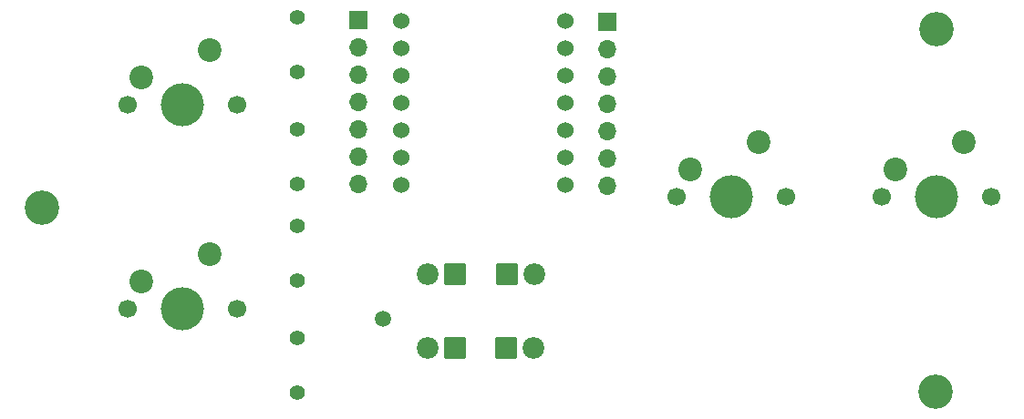
<source format=gbr>
%TF.GenerationSoftware,KiCad,Pcbnew,9.0.3*%
%TF.CreationDate,2025-07-31T20:43:01+07:00*%
%TF.ProjectId,DIY Gamepad,44495920-4761-46d6-9570-61642e6b6963,rev?*%
%TF.SameCoordinates,Original*%
%TF.FileFunction,Soldermask,Bot*%
%TF.FilePolarity,Negative*%
%FSLAX46Y46*%
G04 Gerber Fmt 4.6, Leading zero omitted, Abs format (unit mm)*
G04 Created by KiCad (PCBNEW 9.0.3) date 2025-07-31 20:43:01*
%MOMM*%
%LPD*%
G01*
G04 APERTURE LIST*
G04 Aperture macros list*
%AMRoundRect*
0 Rectangle with rounded corners*
0 $1 Rounding radius*
0 $2 $3 $4 $5 $6 $7 $8 $9 X,Y pos of 4 corners*
0 Add a 4 corners polygon primitive as box body*
4,1,4,$2,$3,$4,$5,$6,$7,$8,$9,$2,$3,0*
0 Add four circle primitives for the rounded corners*
1,1,$1+$1,$2,$3*
1,1,$1+$1,$4,$5*
1,1,$1+$1,$6,$7*
1,1,$1+$1,$8,$9*
0 Add four rect primitives between the rounded corners*
20,1,$1+$1,$2,$3,$4,$5,0*
20,1,$1+$1,$4,$5,$6,$7,0*
20,1,$1+$1,$6,$7,$8,$9,0*
20,1,$1+$1,$8,$9,$2,$3,0*%
G04 Aperture macros list end*
%ADD10C,1.400000*%
%ADD11C,1.700000*%
%ADD12C,4.000000*%
%ADD13C,2.200000*%
%ADD14C,2.019000*%
%ADD15RoundRect,0.102000X-0.907500X-0.907500X0.907500X-0.907500X0.907500X0.907500X-0.907500X0.907500X0*%
%ADD16C,3.200000*%
%ADD17C,1.524000*%
%ADD18RoundRect,0.102000X0.907500X0.907500X-0.907500X0.907500X-0.907500X-0.907500X0.907500X-0.907500X0*%
%ADD19C,1.500000*%
%ADD20R,1.700000X1.700000*%
%ADD21O,1.700000X1.700000*%
G04 APERTURE END LIST*
D10*
%TO.C,R2*%
X129744973Y-100400300D03*
X129744973Y-95320300D03*
%TD*%
%TO.C,R1*%
X129729973Y-90000300D03*
X129729973Y-84920300D03*
%TD*%
D11*
%TO.C,SW4*%
X183968723Y-101600300D03*
D12*
X189048723Y-101600300D03*
D11*
X194128723Y-101600300D03*
D13*
X191588723Y-96520300D03*
X185238723Y-99060300D03*
%TD*%
D10*
%TO.C,R3*%
X129744973Y-109350300D03*
X129744973Y-104270300D03*
%TD*%
D14*
%TO.C,D4*%
X151682900Y-115650300D03*
D15*
X149142900Y-115650300D03*
%TD*%
D16*
%TO.C,H1*%
X105979973Y-102600300D03*
%TD*%
D10*
%TO.C,R4*%
X129744973Y-119740300D03*
X129744973Y-114660300D03*
%TD*%
D16*
%TO.C,H2*%
X189048723Y-85950300D03*
%TD*%
D17*
%TO.C,U1*%
X139340400Y-85270300D03*
X139340400Y-87810300D03*
X139340400Y-90350300D03*
X139340400Y-92890300D03*
X139340400Y-95430300D03*
X139340400Y-97970300D03*
X139340400Y-100510300D03*
X154580400Y-100510300D03*
X154580400Y-97970300D03*
X154580400Y-95430300D03*
X154580400Y-92890300D03*
X154580400Y-90350300D03*
X154580400Y-87810300D03*
X154580400Y-85270300D03*
%TD*%
D14*
%TO.C,D1*%
X141839973Y-108770300D03*
D18*
X144379973Y-108770300D03*
%TD*%
D14*
%TO.C,D2*%
X151729973Y-108770300D03*
D15*
X149189973Y-108770300D03*
%TD*%
D16*
%TO.C,H3*%
X188979973Y-119700300D03*
%TD*%
D11*
%TO.C,SW2*%
X164901223Y-101600300D03*
D12*
X169981223Y-101600300D03*
D11*
X175061223Y-101600300D03*
D13*
X172521223Y-96520300D03*
X166171223Y-99060300D03*
%TD*%
D19*
%TO.C,J3*%
X137689973Y-112880300D03*
%TD*%
D20*
%TO.C,J1*%
X135415400Y-85170300D03*
D21*
X135415400Y-87710300D03*
X135415400Y-90250300D03*
X135415400Y-92790300D03*
X135415400Y-95330300D03*
X135415400Y-97870300D03*
X135415400Y-100410300D03*
%TD*%
D20*
%TO.C,J2*%
X158490400Y-85280300D03*
D21*
X158490400Y-87820300D03*
X158490400Y-90360300D03*
X158490400Y-92900300D03*
X158490400Y-95440300D03*
X158490400Y-97980300D03*
X158490400Y-100520300D03*
%TD*%
D11*
%TO.C,SW1*%
X113960337Y-92988163D03*
D12*
X119040337Y-92988163D03*
D11*
X124120337Y-92988163D03*
D13*
X121580337Y-87908163D03*
X115230337Y-90448163D03*
%TD*%
D14*
%TO.C,D3*%
X141849973Y-115650300D03*
D18*
X144389973Y-115650300D03*
%TD*%
D11*
%TO.C,SW3*%
X113960337Y-111988163D03*
D12*
X119040337Y-111988163D03*
D11*
X124120337Y-111988163D03*
D13*
X121580337Y-106908163D03*
X115230337Y-109448163D03*
%TD*%
M02*

</source>
